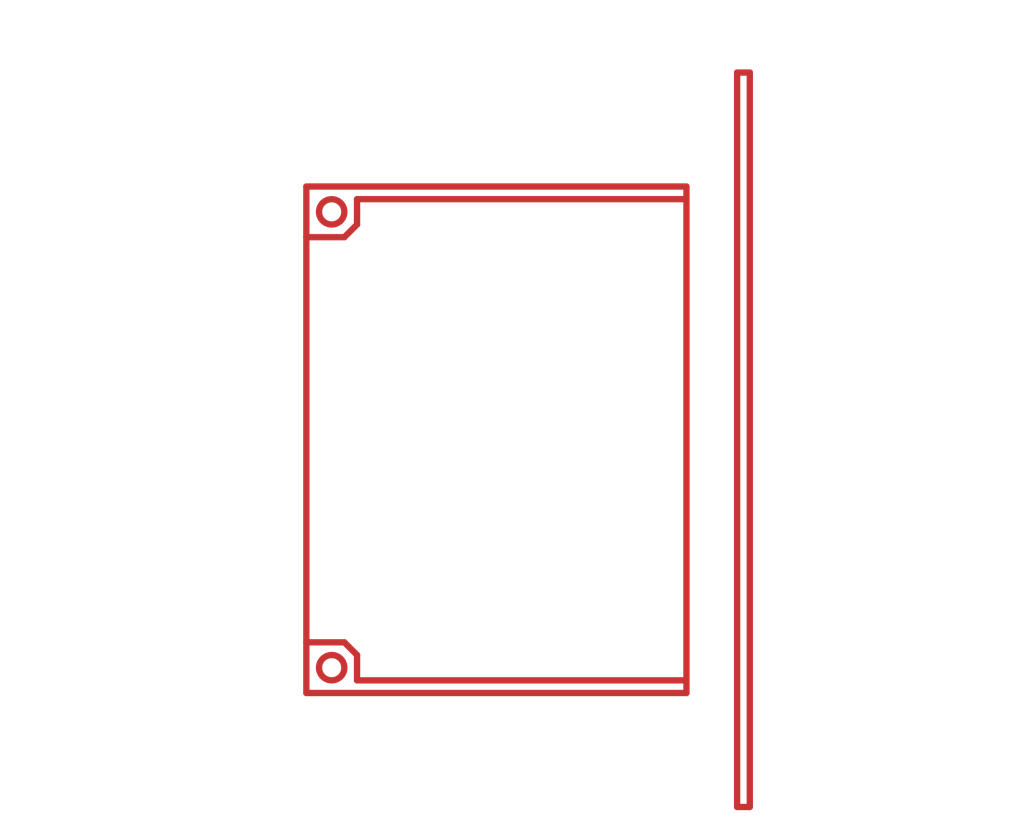
<source format=kicad_pcb>
(kicad_pcb
	(version 20240108)
	(generator "pcbnew")
	(generator_version "8.0")
	(general
		(thickness 1.6)
		(legacy_teardrops no)
	)
	(paper "A4")
	(layers
		(0 "F.Cu" signal)
		(31 "B.Cu" signal)
		(32 "B.Adhes" user "B.Adhesive")
		(33 "F.Adhes" user "F.Adhesive")
		(34 "B.Paste" user)
		(35 "F.Paste" user)
		(36 "B.SilkS" user "B.Silkscreen")
		(37 "F.SilkS" user "F.Silkscreen")
		(38 "B.Mask" user)
		(39 "F.Mask" user)
		(40 "Dwgs.User" user "User.Drawings")
		(41 "Cmts.User" user "User.Comments")
		(42 "Eco1.User" user "User.Eco1")
		(43 "Eco2.User" user "User.Eco2")
		(44 "Edge.Cuts" user)
		(45 "Margin" user)
		(46 "B.CrtYd" user "B.Courtyard")
		(47 "F.CrtYd" user "F.Courtyard")
		(48 "B.Fab" user)
		(49 "F.Fab" user)
		(50 "User.1" user)
		(51 "User.2" user)
		(52 "User.3" user)
		(53 "User.4" user)
		(54 "User.5" user)
		(55 "User.6" user)
		(56 "User.7" user)
		(57 "User.8" user)
		(58 "User.9" user)
	)
	(setup
		(pad_to_mask_clearance 0)
		(allow_soldermask_bridges_in_footprints no)
		(pcbplotparams
			(layerselection 0x00010fc_ffffffff)
			(plot_on_all_layers_selection 0x0000000_00000000)
			(disableapertmacros no)
			(usegerberextensions no)
			(usegerberattributes yes)
			(usegerberadvancedattributes yes)
			(creategerberjobfile yes)
			(dashed_line_dash_ratio 12.000000)
			(dashed_line_gap_ratio 3.000000)
			(svgprecision 4)
			(plotframeref no)
			(viasonmask no)
			(mode 1)
			(useauxorigin no)
			(hpglpennumber 1)
			(hpglpenspeed 20)
			(hpglpendiameter 15.000000)
			(pdf_front_fp_property_popups yes)
			(pdf_back_fp_property_popups yes)
			(dxfpolygonmode yes)
			(dxfimperialunits yes)
			(dxfusepcbnewfont yes)
			(psnegative no)
			(psa4output no)
			(plotreference yes)
			(plotvalue yes)
			(plotfptext yes)
			(plotinvisibletext no)
			(sketchpadsonfab no)
			(subtractmaskfromsilk no)
			(outputformat 1)
			(mirror no)
			(drillshape 1)
			(scaleselection 1)
			(outputdirectory "")
		)
	)
	(net 0 "")
	(gr_line
		(start 264 49)
		(end 290 49)
		(stroke
			(width 0.5)
			(type default)
		)
		(layer "F.Cu")
		(uuid "1a8a313e-cc78-40a3-8183-8b7ae11dc22b")
	)
	(gr_circle
		(center 262 48)
		(end 263 48)
		(stroke
			(width 0.5)
			(type default)
		)
		(fill none)
		(layer "F.Cu")
		(uuid "21ea72b4-0f59-4b31-bc00-8d293b19fe28")
	)
	(gr_line
		(start 295 1)
		(end 295 59)
		(stroke
			(width 0.5)
			(type default)
		)
		(layer "F.Cu")
		(uuid "234fb296-dae8-4544-b0ea-69f1293b63fd")
	)
	(gr_line
		(start 263 14)
		(end 264 13)
		(stroke
			(width 0.5)
			(type default)
		)
		(layer "F.Cu")
		(uuid "3c7770e7-ba22-48a1-8bf9-cfa1297c76db")
	)
	(gr_line
		(start 294 59)
		(end 294 1)
		(stroke
			(width 0.5)
			(type default)
		)
		(layer "F.Cu")
		(uuid "473d9326-f82f-4b2c-b73a-9e6e1e199000")
	)
	(gr_line
		(start 264 13)
		(end 264 11)
		(stroke
			(width 0.5)
			(type default)
		)
		(layer "F.Cu")
		(uuid "4fb42f1f-9b79-49d6-874a-0f943d113838")
	)
	(gr_line
		(start 264 11)
		(end 290 11)
		(stroke
			(width 0.5)
			(type default)
		)
		(layer "F.Cu")
		(uuid "5714f820-005a-4b71-a14f-8757236ef9ad")
	)
	(gr_line
		(start 260 46)
		(end 263 46)
		(stroke
			(width 0.5)
			(type default)
		)
		(layer "F.Cu")
		(uuid "606a32cd-a4e6-4d62-ba54-5c934df0907e")
	)
	(gr_line
		(start 290 10)
		(end 290 50)
		(stroke
			(width 0.5)
			(type default)
		)
		(layer "F.Cu")
		(uuid "89d5afb9-d7ee-4f01-9d18-ca74af8d25cc")
	)
	(gr_line
		(start 264 47)
		(end 264 49)
		(stroke
			(width 0.5)
			(type default)
		)
		(layer "F.Cu")
		(uuid "9371c07e-94ff-43ef-b766-9deed39805ca")
	)
	(gr_line
		(start 295 59)
		(end 294 59)
		(stroke
			(width 0.5)
			(type default)
		)
		(layer "F.Cu")
		(uuid "94efb126-a4e6-4e29-9ca4-ff0876dfbb59")
	)
	(gr_line
		(start 294 1)
		(end 295 1)
		(stroke
			(width 0.5)
			(type default)
		)
		(layer "F.Cu")
		(uuid "ae8d22b2-aa1c-47d1-bfb5-bf1bbf1c1ade")
	)
	(gr_line
		(start 260 10)
		(end 290 10)
		(stroke
			(width 0.5)
			(type default)
		)
		(layer "F.Cu")
		(uuid "ae987641-3156-476a-8179-72d5f25c8e87")
	)
	(gr_circle
		(center 262 12)
		(end 263 12)
		(stroke
			(width 0.5)
			(type default)
		)
		(fill none)
		(layer "F.Cu")
		(uuid "b7cb81a1-1f2c-412a-a470-10eadbd5f5b1")
	)
	(gr_line
		(start 263 46)
		(end 264 47)
		(stroke
			(width 0.5)
			(type default)
		)
		(layer "F.Cu")
		(uuid "e3b9ae6e-2cce-41b4-83e6-f57dea707d3b")
	)
	(gr_line
		(start 260 50)
		(end 260 10)
		(stroke
			(width 0.5)
			(type default)
		)
		(layer "F.Cu")
		(uuid "e962611f-29fc-4072-89f0-d4c27561b536")
	)
	(gr_line
		(start 260 14)
		(end 263 14)
		(stroke
			(width 0.5)
			(type default)
		)
		(layer "F.Cu")
		(uuid "fa2f1e99-3e72-4e3b-98d4-5e0a67173406")
	)
	(gr_line
		(start 290 50)
		(end 260 50)
		(stroke
			(width 0.5)
			(type default)
		)
		(layer "F.Cu")
		(uuid "ffc9a384-2043-4703-972f-52ab869d77a0")
	)
	(gr_line
		(start 286 11)
		(end 286 15)
		(stroke
			(width 0.2)
			(type default)
		)
		(layer "Dwgs.User")
		(uuid "000d0c28-03bd-486a-b359-dc01240a9171")
	)
	(gr_line
		(start 263 46)
		(end 264 47)
		(stroke
			(width 0.2)
			(type default)
		)
		(layer "Dwgs.User")
		(uuid "04a2f2aa-9dc3-4d02-8932-4fee97929ceb")
	)
	(gr_line
		(start 258 60)
		(end 256 60)
		(stroke
			(width 0.2)
			(type default)
		)
		(layer "Dwgs.User")
		(uuid "09930d0b-ec6c-4c04-a36d-add80e4079ca")
	)
	(gr_line
		(start 256 9)
		(end 256 11)
		(stroke
			(width 0.2)
			(type default)
		)
		(layer "Dwgs.User")
		(uuid "0acb04c6-da68-443c-a1ed-8ccc849bf5af")
	)
	(gr_line
		(start 256 2)
		(end 258 2)
		(stroke
			(width 0.2)
			(type default)
		)
		(layer "Dwgs.User")
		(uuid "13121f40-3280-4525-9ece-e9c796d62371")
	)
	(gr_line
		(start 256 56)
		(end 258 56)
		(stroke
			(width 0.2)
			(type default)
		)
		(layer "Dwgs.User")
		(uuid "171d58a8-bd92-4d19-b867-2fe8c07c1577")
	)
	(gr_line
		(start 256 47)
		(end 249 48)
		(stroke
			(width 0.2)
			(type default)
		)
		(layer "Dwgs.User")
		(uuid "24ec174c-a709-4298-b68e-69fd8a417240")
	)
	(gr_line
		(start 256 11)
		(end 258 11)
		(stroke
			(width 0.2)
			(type default)
		)
		(layer "Dwgs.User")
		(uuid "4367ca18-3d2d-44db-be5d-f58c71730ed6")
	)
	(gr_line
		(start 256 0)
		(end 258 0)
		(stroke
			(width 0.2)
			(type default)
		)
		(layer "Dwgs.User")
		(uuid "48446f9e-2eeb-4818-b8e3-b61615d205e2")
	)
	(gr_line
		(start 286 37)
		(end 292 37)
		(stroke
			(width 0.2)
			(type default)
		)
		(layer "Dwgs.User")
		(uuid "4b325feb-6973-4305-8ce1-77bc36cf7ffc")
	)
	(gr_line
		(start 292 41)
		(end 292 45)
		(stroke
			(width 0.2)
			(type default)
		)
		(layer "Dwgs.User")
		(uuid "4c925c3a-5e73-4257-ac0d-cad224b2cc68")
	)
	(gr_line
		(start 256 51)
		(end 258 51)
		(stroke
			(width 0.2)
			(type default)
		)
		(layer "Dwgs.User")
		(uuid "4e180c77-89cc-46d6-b4d2-78479ff324ca")
	)
	(gr_line
		(start 258 14)
		(end 263 14)
		(stroke
			(width 0.2)
			(type default)
		)
		(layer "Dwgs.User")
		(uuid "4fb79178-f4ee-4635-8153-a3b02af15486")
	)
	(gr_line
		(start 292 15)
		(end 292 11)
		(stroke
			(width 0.2)
			(type default)
		)
		(layer "Dwgs.User")
		(uuid "5073410d-d76c-4ebc-9b8d-576298fd644a")
	)
	(gr_line
		(start 262 50)
		(end 262 53)
		(stroke
			(width 0.2)
			(type default)
		)
		(layer "Dwgs.User")
		(uuid "6106f9f8-9be2-4608-8919-39309930b8a7")
	)
	(gr_line
		(start 260 14)
		(end 260 7)
		(stroke
			(width 0.2)
			(type default)
		)
		(layer "Dwgs.User")
		(uuid "625fea46-1e51-4829-9a89-21e8457bd374")
	)
	(gr_line
		(start 256 60)
		(end 256 0)
		(stroke
			(width 0.2)
			(type default)
		)
		(layer "Dwgs.User")
		(uuid "7184b87d-7e0b-4ceb-8201-103eb7dc2200")
	)
	(gr_line
		(start 292 37)
		(end 292 41)
		(stroke
			(width 0.2)
			(type default)
		)
		(layer "Dwgs.User")
		(uuid "7241d1c5-b445-4265-8b4a-86656ee44655")
	)
	(gr_line
		(start 292 11)
		(end 286 11)
		(stroke
			(width 0.2)
			(type default)
		)
		(layer "Dwgs.User")
		(uuid "7514b7cb-6b48-491d-8575-54d627ee8e9b")
	)
	(gr_line
		(start 258 53)
		(end 258 46)
		(stroke
			(width 0.2)
			(type default)
		)
		(layer "Dwgs.User")
		(uuid "7bc46ca7-1fcb-4959-a474-a754ba488f27")
	)
	(gr_line
		(start 292 45)
		(end 286 45)
		(stroke
			(width 0.2)
			(type default)
		)
		(layer "Dwgs.User")
		(uuid "810a4c03-b7ad-47b5-89f1-ab65f3dc5d93")
	)
	(gr_line
		(start 258 9)
		(end 256 9)
		(stroke
			(width 0.2)
			(type default)
		)
		(layer "Dwgs.User")
		(uuid "85e13e6b-0d5d-43ad-bda0-f6c020c7e034")
	)
	(gr_line
		(start 249 48)
		(end 248 53)
		(stroke
			(width 0.2)
			(type default)
		)
		(layer "Dwgs.User")
		(uuid "8d265b18-4796-4df9-a0b2-df2039e66177")
	)
	(gr_line
		(start 286 41)
		(end 292 41)
		(stroke
			(width 0.2)
			(type default)
		)
		(layer "Dwgs.User")
		(uuid "93dd27f2-c277-4a94-8b94-52e7474d36c8")
	)
	(gr_line
		(start 264 10)
		(end 262 10)
		(stroke
			(width 0.2)
			(type default)
		)
		(layer "Dwgs.User")
		(uuid "95507fd8-a599-4316-9603-7259349208d5")
	)
	(gr_line
		(start 260 46)
		(end 260 53)
		(stroke
			(width 0.2)
			(type default)
		)
		(layer "Dwgs.User")
		(uuid "99501b25-93d1-432f-a599-4c9e89f572cc")
	)
	(gr_line
		(start 286 41)
		(end 286 37)
		(stroke
			(width 0.2)
			(type default)
		)
		(layer "Dwgs.User")
		(uuid "a5afdeb7-71a7-42fa-bd0e-bce181da34c2")
	)
	(gr_line
		(start 263 14)
		(end 264 13)
		(stroke
			(width 0.2)
			(type default)
		)
		(layer "Dwgs.User")
		(uuid "ab8a751f-c7ad-4824-a10c-98a8e4198ef0")
	)
	(gr_line
		(start 256 58)
		(end 258 58)
		(stroke
			(width 0.2)
			(type default)
		)
		(layer "Dwgs.User")
		(uuid "b6c1dac2-c51f-43d2-8bef-55a2365e3c9e")
	)
	(gr_line
		(start 258 0)
		(end 258 60)
		(stroke
			(width 0.2)
			(type default)
		)
		(layer "Dwgs.User")
		(uuid "ba8cf2dc-4466-4177-a258-e3891f73f36b")
	)
	(gr_line
		(start 258 7)
		(end 258 14)
		(stroke
			(width 0.2)
			(type default)
		)
		(layer "Dwgs.User")
		(uuid "baad2887-2cd8-4050-a242-9aa17f583b73")
	)
	(gr_line
		(start 286 45)
		(end 286 49)
		(stroke
			(width 0.2)
			(type default)
		)
		(layer "Dwgs.User")
		(uuid "c7a07d28-1f09-4ca9-ac2d-5ac2ff15c456")
	)
	(gr_line
		(start 256 49)
		(end 258 49)
		(stroke
			(width 0.2)
			(type default)
		)
		(layer "Dwgs.User")
		(uuid "cb693cf1-10fa-424f-9422-c36505e17140")
	)
	(gr_line
		(start 264 47)
		(end 264 50)
		(stroke
			(width 0.2)
			(type default)
		)
		(layer "Dwgs.User")
		(uuid "cf8b7b8b-be29-4ec0-8972-c1850e458496")
	)
	(gr_line
		(start 262 53)
		(end 258 53)
		(stroke
			(width 0.2)
			(type default)
		)
		(layer "Dwgs.User")
		(uuid "d0d0c4b6-0563-4b72-a9d0-553de72be0f7")
	)
	(gr_line
		(start 258 46)
		(end 263 46)
		(stroke
			(width 0.2)
			(type default)
		)
		(layer "Dwgs.User")
		(uuid "d25d03cd-1bc8-42d5-aa63-eb44d2abd962")
	)
	(gr_line
		(start 249 53)
		(end 250 50)
		(stroke
			(width 0.2)
			(type default)
		)
		(layer "Dwgs.User")
		(uuid "d39b4317-6fbb-4859-baa2-28d1a9f47ba3")
	)
	(gr_line
		(start 262 7)
		(end 258 7)
		(stroke
			(width 0.2)
			(type default)
		)
		(layer "Dwgs.User")
		(uuid "d57e2e1f-a60e-4915-b9d1-022ee7ab618a")
	)
	(gr_line
		(start 288 35)
		(end 288 17)
		(stroke
			(width 0.2)
			(type default)
		)
		(layer "Dwgs.User")
		(uuid "d5eba3d3-201b-47ad-b43d-9c5cf0a14473")
	)
	(gr_line
		(start 286 45)
		(end 286 41)
		(stroke
			(width 0.2)
			(type default)
		)
		(layer "Dwgs.User")
		(uuid "d8b41794-d7f9-4335-a7f0-433dba629695")
	)
	(gr_line
		(start 264 13)
		(end 264 10)
		(stroke
			(width 0.2)
			(type default)
		)
		(layer "Dwgs.User")
		(uuid "dba8002c-d0b4-42ec-a6cc-ecfd8ff71413")
	)
	(gr_line
		(start 250 50)
		(end 256 53)
		(stroke
			(width 0.2)
			(type default)
		)
		(layer "Dwgs.User")
		(uuid "dd68f46e-58ba-4e48-8302-7afbb45f669a")
	)
	(gr_line
		(start 292 49)
		(end 292 45)
		(stroke
			(width 0.2)
			(type default)
		)
		(layer "Dwgs.User")
		(uuid "de357f04-da84-43c5-9e20-39ac25745a92")
	)
	(gr_line
		(start 264 50)
		(end 262 50)
		(stroke
			(width 0.2)
			(type default)
		)
		(layer "Dwgs.User")
		(uuid "df045151-f340-439d-8b31-508c6f1c2c2a")
	)
	(gr_line
		(start 256 4)
		(end 258 4)
		(stroke
			(width 0.2)
			(type default)
		)
		(layer "Dwgs.User")
		(uuid "eba7aacf-5064-4f30-b848-59c3c31336a9")
	)
	(gr_line
		(start 286 15)
		(end 292 15)
		(stroke
			(width 0.2)
			(type default)
		)
		(layer "Dwgs.User")
		(uuid "ee59dc59-43fa-4650-bc8e-0a7831d30d05")
	)
	(gr_line
		(start 248 53)
		(end 249 53)
		(stroke
			(width 0.2)
			(type default)
		)
		(layer "Dwgs.User")
		(uuid "f1f8fcc5-9893-4162-bb37-2993a8aac127")
	)
	(gr_line
		(start 262 10)
		(end 262 7)
		(stroke
			(width 0.2)
			(type default)
		)
		(layer "Dwgs.User")
		(uuid "f95a146c-920c-4a5b-a7d5-3bdec8312266")
	)
	(gr_line
		(start 286 49)
		(end 292 49)
		(stroke
			(width 0.2)
			(type default)
		)
		(layer "Dwgs.User")
		(uuid "fdbe2c7e-ccfe-4c0a-9b00-cf989a6ac47a")
	)
	(gr_line
		(start 298 55)
		(end 298 58)
		(stroke
			(width 0.2)
			(type default)
		)
		(layer "Cmts.User")
		(uuid "08e44847-d405-49c4-8b3a-68b73db2ecc1")
	)
	(gr_line
		(start 298 5)
		(end 296 7)
		(stroke
			(width 0.2)
			(type default)
		)
		(layer "Cmts.User")
		(uuid "1b04ddf2-03e9-4f06-b6e3-67c9232b488e")
	)
	(gr_line
		(start 304 5)
		(end 304 55)
		(stroke
			(width 0.2)
			(type default)
		)
		(layer "Cmts.User")
		(uuid "233575d6-7fe9-430c-a344-143ed12dd998")
	)
	(gr_line
		(start 298 2)
		(end 298 5)
		(stroke
			(width 0.2)
			(type default)
		)
		(layer "Cmts.User")
		(uuid "27d207ec-2cc2-4b7d-a974-d189723f54f5")
	)
	(gr_line
		(start 296 25)
		(end 304 17)
		(stroke
			(width 0.2)
			(type default)
		)
		(layer "Cmts.User")
		(uuid "281daa86-51c7-4c4d-832a-82647f32d86f")
	)
	(gr_line
		(start 296 31)
		(end 304 23)
		(stroke
			(width 0.2)
			(type default)
		)
		(layer "Cmts.User")
		(uuid "3c489540-48e7-44c6-8a2d-a46250319687")
	)
	(gr_line
		(start 296 55)
		(end 304 47)
		(stroke
			(width 0.2)
			(type default)
		)
		(layer "Cmts.User")
		(uuid "4252eeb8-be05-4528-b277-811e0d135ef8")
	)
	(gr_line
		(start 296 43)
		(end 304 35)
		(stroke
			(width 0.2)
			(type default)
		)
		(layer "Cmts.User")
		(uuid "43958e34-a627-49be-a793-2f83b975034b")
	)
	(gr_line
		(start 296 34)
		(end 304 26)
		(stroke
			(width 0.2)
			(type default)
		)
		(layer "Cmts.User")
		(uuid "5b76e638-ff53-4062-96d9-af4b21b900d9")
	)
	(gr_line
		(start 296 58)
		(end 298 56)
		(stroke
			(width 0.2)
			(type default)
		)
		(layer "Cmts.User")
		(uuid "65a13192-58a6-4284-87d8-31e5898f841d")
	)
	(gr_line
		(start 299 55)
		(end 304 50)
		(stroke
			(width 0.2)
			(type default)
		)
		(layer "Cmts.User")
		(uuid "69d13e3f-8473-4382-a8a3-d2586c3afff8")
	)
	(gr_line
		(start 296 28)
		(end 304 20)
		(stroke
			(width 0.2)
			(type default)
		)
		(layer "Cmts.User")
		(uuid "6afe1ceb-acdf-4add-80b3-acce860177a6")
	)
	(gr_line
		(start 304 55)
		(end 298 55)
		(stroke
			(width 0.2)
			(type default)
		)
		(layer "Cmts.User")
		(uuid "6ecaffa1-d935-4163-abb0-d8a626c959b6")
	)
	(gr_line
		(start 296 46)
		(end 304 38)
		(stroke
			(width 0.2)
			(type default)
		)
		(layer "Cmts.User")
		(uuid "7a2c5d89-0cc0-4f7a-b27d-ac8b54b5c93d")
	)
	(gr_line
		(start 298 58)
		(end 296 58)
		(stroke
			(width 0.2)
			(type default)
		)
		(layer "Cmts.User")
		(uuid "7ca5d416-9633-4863-ab32-0c1eb0180614")
	)
	(gr_line
		(start 296 40)
		(end 304 32)
		(stroke
			(width 0.2)
			(type default)
		)
		(layer "Cmts.User")
		(uuid "7faa5011-0afc-42cb-af48-7c5a4cc2e310")
	)
	(gr_line
		(start 296 2)
		(end 298 2)
		(stroke
			(width 0.2)
			(type default)
		)
		(layer "Cmts.User")
		(uuid "86638ec4-b1cc-47ad-b100-018f98427e8f")
	)
	(gr_line
		(start 296 22)
		(end 304 14)
		(stroke
			(width 0.2)
			(type default)
		)
		(layer "Cmts.User")
		(uuid "8d717533-a78d-4f6e-b35e-30b6e6c891f4")
	)
	(gr_line
		(start 296 37)
		(end 304 29)
		(stroke
			(width 0.2)
			(type default)
		)
		(layer "Cmts.User")
		(uuid "a0e340e0-d773-4c31-972f-fbfd227f93b4")
	)
	(gr_line
		(start 304 53)
		(end 302 55)
		(stroke
			(width 0.2)
			(type default)
		)
		(layer "Cmts.User")
		(uuid "a2434d1e-fdc4-43e3-ab0e-5de965a4b11f")
	)
	(gr_line
		(start 296 19)
		(end 304 11)
		(stroke
			(width 0.2)
			(type default)
		)
		(layer "Cmts.User")
		(uuid "ac8a6a5f-53a5-4549-89cf-9db7598f689f")
	)
	(gr_line
		(start 296 13)
		(end 304 5)
		(stroke
			(width 0.2)
			(type default)
		)
		(layer "Cmts.User")
		(uuid "c2b65495-433c-4253-b8d7-265357aa803e")
	)
	(gr_line
		(start 296 49)
		(end 304 41)
		(stroke
			(width 0.2)
			(type default)
		)
		(layer "Cmts.User")
		(uuid "c54d77fe-f7f6-400b-874d-580531e9de0b")
	)
	(gr_line
		(start 298 2)
		(end 296 4)
		(stroke
			(width 0.2)
			(type default)
		)
		(layer "Cmts.User")
		(uuid "d2431583-144c-494e-9355-4959b3878de0")
	)
	(gr_line
		(start 298 5)
		(end 304 5)
		(stroke
			(width 0.2)
			(type default)
		)
		(layer "Cmts.User")
		(uuid "d68121b8-df26-4953-a237-875f42b04419")
	)
	(gr_line
		(start 301 5)
		(end 296 10)
		(stroke
			(width 0.2)
			(type default)
		)
		(layer "Cmts.User")
		(uuid "d8f4409d-f4a4-4903-97e8-719e73715270")
	)
	(gr_line
		(start 296 52)
		(end 304 44)
		(stroke
			(width 0.2)
			(type default)
		)
		(layer "Cmts.User")
		(uuid "e56c4d0f-8398-4f7a-adf3-d388f5a68a94")
	)
	(gr_line
		(start 296 16)
		(end 304 8)
		(stroke
			(width 0.2)
			(type default)
		)
		(layer "Cmts.User")
		(uuid "f2a34908-03bb-4690-9055-233fcad5f9a3")
	)
	(gr_text "JM1"
		(at 288 43 0)
		(layer "Cmts.User")
		(uuid "2e0b08bf-fbe2-4839-b612-e2b0e930f8fb")
		(effects
			(font
				(size 1 1)
				(thickness 0.2)
				(bold yes)
			)
		)
	)
	(gr_text "(PCB depth)"
		(at 275 7 0)
		(layer "Cmts.User")
		(uuid "2f00af51-a77e-420e-b251-a28efbc5afaa")
		(effects
			(font
				(size 0.8 0.8)
				(thickness 0.15)
				(bold yes)
			)
		)
	)
	(gr_text "JM0"
		(at 288 47 0)
		(layer "Cmts.User")
		(uuid "77f1538a-4ce0-4ac3-9eea-d6fbbccd3d16")
		(effects
			(font
				(size 1 1)
				(thickness 0.2)
				(bold yes)
			)
		)
	)
	(gr_text "(Front panel to backplane distance)"
		(at 277 3 0)
		(layer "Cmts.User")
		(uuid "be7bcab1-56bb-4e1c-9227-9a629403021e")
		(effects
			(font
				(size 0.8 0.8)
				(thickness 0.15)
				(bold yes)
			)
		)
	)
	(gr_text "JM2"
		(at 288 39 0)
		(layer "Cmts.User")
		(uuid "e022afba-fdd8-464e-b2d1-872647931345")
		(effects
			(font
				(size 1 1)
				(thickness 0.2)
				(bold yes)
			)
		)
	)
	(gr_text "(Mounting hole distance)"
		(at 268 30 90)
		(layer "Cmts.User")
		(uuid "e333cf5d-4e39-4302-8213-9da659ef8348")
		(effects
			(font
				(size 0.8 0.8)
				(thickness 0.15)
				(bold yes)
			)
		)
	)
	(gr_text "(PCB width)"
		(at 273 30 90)
		(layer "Cmts.User")
		(uuid "eee35401-a6a2-4c05-9088-411e276b300b")
		(effects
			(font
				(size 0.8 0.8)
				(thickness 0.15)
				(bold yes)
			)
		)
	)
	(gr_text "JM7"
		(at 288 13 0)
		(layer "Cmts.User")
		(uuid "f1e8bc76-40e9-4ea2-a297-4915cb052826")
		(effects
			(font
				(size 1 1)
				(thickness 0.2)
				(bold yes)
			)
		)
	)
	(dimension
		(type leader)
		(layer "Cmts.User")
		(uuid "3c21f94f-d92d-45be-83ce-76b525fc9167")
		(pts
			(xy 302 23) (xy 306 19)
		)
		(gr_text "Keepout area"
			(at 312 19 0)
			(layer "Cmts.User")
			(uuid "3c21f94f-d92d-45be-83ce-76b525fc9167")
			(effects
				(font
					(size 0.8 0.8)
					(thickness 0.15)
				)
			)
		)
		(format
			(prefix "")
			(suffix "")
			(units 0)
			(units_format 0)
			(precision 4)
			(override_value "Keepout area")
		)
		(style
			(thickness 0.2)
			(arrow_length 1.27)
			(text_position_mode 0)
			(text_frame 1)
			(extension_offset 0.5)
		)
	)
	(dimension
		(type leader)
		(layer "Cmts.User")
		(uuid "7d20a0a3-24a8-40c5-af76-de0cc723a6eb")
		(pts
			(xy 287 36) (xy 284 23)
		)
		(gr_text "Backplane connectors"
			(at 280 23 0)
			(layer "Cmts.User")
			(uuid "7d20a0a3-24a8-40c5-af76-de0cc723a6eb")
			(effects
				(font
					(size 0.8 0.8)
					(thickness 0.15)
				)
			)
		)
		(format
			(prefix "")
			(suffix "")
			(units 0)
			(units_format 0)
			(precision 4)
			(override_value "Backplane connectors")
		)
		(style
			(thickness 0.2)
			(arrow_length 1.27)
			(text_position_mode 0)
			(text_frame 1)
			(extension_offset 0.5)
		)
	)
	(dimension
		(type orthogonal)
		(layer "Cmts.User")
		(uuid "0abfee59-ab2a-4c0b-b978-0a1c8f522046")
		(pts
			(xy 256 10) (xy 256 50)
		)
		(height -11)
		(orientation 1)
		(gr_text "99.00 mm"
			(at 244.05 30 90)
			(layer "Cmts.User")
			(uuid "0abfee59-ab2a-4c0b-b978-0a1c8f522046")
			(effects
				(font
					(size 0.8 0.8)
					(thickness 0.15)
				)
			)
		)
		(format
			(prefix "")
			(suffix "")
			(units 3)
			(units_format 1)
			(precision 2)
			(override_value "99.00")
		)
		(style
			(thickness 0.2)
			(arrow_length 1.27)
			(text_position_mode 0)
			(extension_height 0.58642)
			(extension_offset 0.5) keep_text_aligned)
	)
	(dimension
		(type orthogonal)
		(layer "Cmts.User")
		(uuid "0c52ff7f-e3c8-4d77-80d6-5891e5167880")
		(pts
			(xy 262 12) (xy 262 48)
		)
		(height 5)
		(orientation 1)
		(gr_text "88.90 mm"
			(at 266.05 30 90)
			(layer "Cmts.User")
			(uuid "0c52ff7f-e3c8-4d77-80d6-5891e5167880")
			(effects
				(font
					(size 0.8 0.8)
					(thickness 0.15)
				)
			)
		)
		(format
			(prefix "")
			(suffix "")
			(units 3)
			(units_format 1)
			(precision 2)
			(override_value "88.90")
		)
		(style
			(thickness 0.2)
			(arrow_length 1.27)
			(text_position_mode 0)
			(extension_height 0.58642)
			(extension_offset 0.5) keep_text_aligned)
	)
	(dimension
		(type orthogonal)
		(layer "Cmts.User")
		(uuid "1026057a-06a4-456b-971a-4fe8a6123b72")
		(pts
			(xy 286 10) (xy 286 13)
		)
		(height -4)
		(orientation 1)
		(gr_text "8.00 mm"
			(at 278 13 0)
			(layer "Cmts.User")
			(uuid "1026057a-06a4-456b-971a-4fe8a6123b72")
			(effects
				(font
					(size 0.8 0.8)
					(thickness 0.15)
				)
			)
		)
		(format
			(prefix "")
			(suffix "")
			(units 3)
			(units_format 1)
			(precision 2)
			(override_value "8.00")
		)
		(style
			(thickness 0.2)
			(arrow_length 1.27)
			(text_position_mode 2)
			(extension_height 0.58642)
			(extension_offset 0.5)
		)
	)
	(dimension
		(type orthogonal)
		(layer "Cmts.User")
		(uuid "172d3618-40e3-4d99-9166-590acddd4e4e")
		(pts
			(xy 272 10) (xy 271 49)
		)
		(height 0)
		(orientation 1)
		(gr_text "100.00 mm"
			(at 271.05 29.5 90)
			(layer "Cmts.User")
			(uuid "172d3618-40e3-4d99-9166-590acddd4e4e")
			(effects
				(font
					(size 0.8 0.8)
					(thickness 0.15)
				)
			)
		)
		(format
			(prefix "")
			(suffix "")
			(units 3)
			(units_format 1)
			(precision 2)
			(override_value "100.00")
		)
		(style
			(thickness 0.2)
			(arrow_length 1.27)
			(text_position_mode 0)
			(extension_height 0.58642)
			(extension_offset 0.5) keep_text_aligned)
	)
	(dimension
		(type orthogonal)
		(layer "Cmts.User")
		(uuid "1bae2a29-aec3-448c-b020-e3ac2ff2c279")
		(pts
			(xy 295 1) (xy 304 5)
		)
		(height -5)
		(orientation 0)
		(gr_text "min 10.00 mm"
			(at 310 -4 0)
			(layer "Cmts.User")
			(uuid "1bae2a29-aec3-448c-b020-e3ac2ff2c279")
			(effects
				(font
					(size 0.8 0.8)
					(thickness 0.15)
				)
			)
		)
		(format
			(prefix "")
			(suffix "")
			(units 3)
			(units_format 1)
			(precision 2)
			(override_value "min 10.00")
		)
		(style
			(thickness 0.2)
			(arrow_length 1.27)
			(text_position_mode 2)
			(extension_height 0.58642)
			(extension_offset 0.5) keep_text_aligned)
	)
	(dimension
		(type orthogonal)
		(layer "Cmts.User")
		(uuid "2455d45d-32d3-4d36-8baf-130c7ef27df7")
		(pts
			(xy 256 3) (xy 256 58)
		)
		(height -16)
		(orientation 1)
		(gr_text "122.5 mm"
			(at 239.05 30.5 90)
			(layer "Cmts.User")
			(uuid "2455d45d-32d3-4d36-8baf-130c7ef27df7")
			(effects
				(font
					(size 0.8 0.8)
					(thickness 0.15)
				)
			)
		)
		(format
			(prefix "")
			(suffix "")
			(units 3)
			(units_format 1)
			(precision 2)
			(override_value "122.5")
		)
		(style
			(thickness 0.2)
			(arrow_length 1.27)
			(text_position_mode 0)
			(extension_height 0.58642)
			(extension_offset 0.5) keep_text_aligned)
	)
	(dimension
		(type orthogonal)
		(layer "Cmts.User")
		(uuid "252cba90-3ebb-404e-be47-cd7f2d4cd5d9")
		(pts
			(xy 260 10) (xy 290 10)
		)
		(height -4)
		(orientation 0)
		(gr_text "73.00 mm"
			(at 275 5.05 0)
			(layer "Cmts.User")
			(uuid "252cba90-3ebb-404e-be47-cd7f2d4cd5d9")
			(effects
				(font
					(size 0.8 0.8)
					(thickness 0.15)
				)
			)
		)
		(format
			(prefix "")
			(suffix "")
			(units 3)
			(units_format 1)
			(precision 2)
			(override_value "73.00")
		)
		(style
			(thickness 0.2)
			(arrow_length 1.27)
			(text_position_mode 0)
			(extension_height 0.58642)
			(extension_offset 0.5) keep_text_aligned)
	)
	(dimension
		(type orthogonal)
		(layer "Cmts.User")
		(uuid "3e230b1e-8438-4cce-a454-e92fb707861a")
		(pts
			(xy 286 47) (xy 285 50)
		)
		(height -4)
		(orientation 1)
		(gr_text "8.00 mm"
			(at 278 48 0)
			(layer "Cmts.User")
			(uuid "3e230b1e-8438-4cce-a454-e92fb707861a")
			(effects
				(font
					(size 0.8 0.8)
					(thickness 0.15)
				)
			)
		)
		(format
			(prefix "")
			(suffix "")
			(units 3)
			(units_format 1)
			(precision 2)
			(override_value "8.00")
		)
		(style
			(thickness 0.2)
			(arrow_length 1.27)
			(text_position_mode 2)
			(extension_height 0.58642)
			(extension_offset 0.5)
		)
	)
	(dimension
		(type orthogonal)
		(layer "Cmts.User")
		(uuid "3faec285-7889-4d5a-844e-049d7a9de833")
		(pts
			(xy 260 53) (xy 262 49)
		)
		(height 4)
		(orientation 0)
		(gr_text "3.57 mm"
			(at 266 57 0)
			(layer "Cmts.User")
			(uuid "3faec285-7889-4d5a-844e-049d7a9de833")
			(effects
				(font
					(size 0.8 0.8)
					(thickness 0.15)
				)
			)
		)
		(format
			(prefix "")
			(suffix "")
			(units 3)
			(units_format 1)
			(precision 2)
			(override_value "3.57")
		)
		(style
			(thickness 0.2)
			(arrow_length 1.27)
			(text_position_mode 2)
			(extension_height 0.58642)
			(extension_offset 0.5) keep_text_aligned)
	)
	(dimension
		(type orthogonal)
		(layer "Cmts.User")
		(uuid "590e05b6-9bdc-464d-90a9-0e04f7fa59b8")
		(pts
			(xy 256 0) (xy 258 0)
		)
		(height -4)
		(orientation 0)
		(gr_text "2.00-3.00 mm"
			(at 251 -4 0)
			(layer "Cmts.User")
			(uuid "590e05b6-9bdc-464d-90a9-0e04f7fa59b8")
			(effects
				(font
					(size 0.8 0.8)
					(thickness 0.15)
				)
			)
		)
		(format
			(prefix "")
			(suffix "")
			(units 3)
			(units_format 1)
			(precision 2)
			(override_value "2.00-3.00")
		)
		(style
			(thickness 0.2)
			(arrow_length 1.27)
			(text_position_mode 2)
			(extension_height 0.58642)
			(extension_offset 0.5) keep_text_aligned)
	)
	(dimension
		(type orthogonal)
		(layer "Cmts.User")
		(uuid "6fea7c35-cd40-478f-a957-35fe48b94522")
		(pts
			(xy 286 47) (xy 286 43)
		)
		(height -4)
		(orientation 1)
		(gr_text "12.00 mm"
			(at 278 45 0)
			(layer "Cmts.User")
			(uuid "6fea7c35-cd40-478f-a957-35fe48b94522")
			(effects
				(font
					(size 0.8 0.8)
					(thickness 0.15)
				)
			)
		)
		(format
			(prefix "")
			(suffix "")
			(units 3)
			(units_format 1)
			(precision 2)
			(override_value "12.00")
		)
		(style
			(thickness 0.2)
			(arrow_length 1.27)
			(text_position_mode 2)
			(extension_height 0.58642)
			(extension_offset 0.5)
		)
	)
	(dimension
		(type orthogonal)
		(layer "Cmts.User")
		(uuid "86cfd8ee-9d90-4d88-98be-ca8f84783093")
		(pts
			(xy 258 -1) (xy 260 7)
		)
		(height 1)
		(orientation 0)
		(gr_text "2.54 mm"
			(at 262 -2 0)
			(layer "Cmts.User")
			(uuid "86cfd8ee-9d90-4d88-98be-ca8f84783093")
			(effects
				(font
					(size 0.8 0.8)
					(thickness 0.15)
				)
			)
		)
		(format
			(prefix "")
			(suffix "")
			(units 3)
			(units_format 1)
			(precision 2)
			(override_value "2.54")
		)
		(style
			(thickness 0.2)
			(arrow_length 1.27)
			(text_position_mode 2)
			(extension_height 0.58642)
			(extension_offset 0.5) keep_text_aligned)
	)
	(dimension
		(type orthogonal)
		(layer "Cmts.User")
		(uuid "db262926-7100-4499-81f8-53e31385728b")
		(pts
			(xy 260 10) (xy 294 4)
		)
		(height -8)
		(orientation 0)
		(gr_text "85.50 mm"
			(at 277 1 0)
			(layer "Cmts.User")
			(uuid "db262926-7100-4499-81f8-53e31385728b")
			(effects
				(font
					(size 0.8 0.8)
					(thickness 0.15)
				)
			)
		)
		(format
			(prefix "")
			(suffix "")
			(units 3)
			(units_format 1)
			(precision 2)
			(override_value "85.50")
		)
		(style
			(thickness 0.2)
			(arrow_length 1.27)
			(text_position_mode 2)
			(extension_height 0.58642)
			(extension_offset 0.5) keep_text_aligned)
	)
	(dimension
		(type orthogonal)
		(layer "Cmts.User")
		(uuid "e099828e-53aa-4c70-bce0-1fcf892ac6bf")
		(pts
			(xy 286 43) (xy 286 39)
		)
		(height -4)
		(orientation 1)
		(gr_text "12.00 mm"
			(at 278 41 0)
			(layer "Cmts.User")
			(uuid "e099828e-53aa-4c70-bce0-1fcf892ac6bf")
			(effects
				(font
					(size 0.8 0.8)
					(thickness 0.15)
				)
			)
		)
		(format
			(prefix "")
			(suffix "")
			(units 3)
			(units_format 1)
			(precision 2)
			(override_value "12.00")
		)
		(style
			(thickness 0.2)
			(arrow_length 1.27)
			(text_position_mode 2)
			(extension_height 0.58642)
			(extension_offset 0.5)
		)
	)
)

</source>
